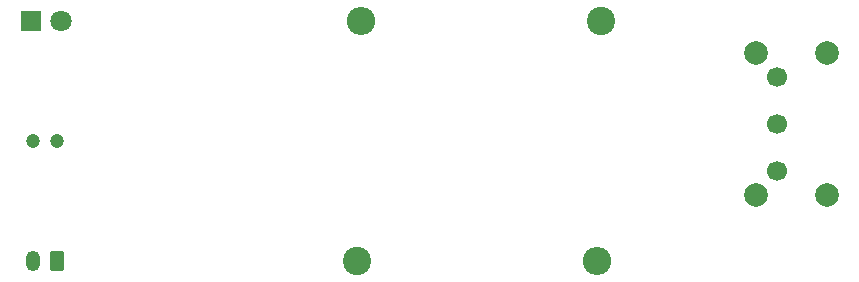
<source format=gbr>
%TF.GenerationSoftware,KiCad,Pcbnew,(6.0.10)*%
%TF.CreationDate,2023-02-16T14:16:27-08:00*%
%TF.ProjectId,Exercise1,45786572-6369-4736-9531-2e6b69636164,rev?*%
%TF.SameCoordinates,Original*%
%TF.FileFunction,Soldermask,Bot*%
%TF.FilePolarity,Negative*%
%FSLAX46Y46*%
G04 Gerber Fmt 4.6, Leading zero omitted, Abs format (unit mm)*
G04 Created by KiCad (PCBNEW (6.0.10)) date 2023-02-16 14:16:27*
%MOMM*%
%LPD*%
G01*
G04 APERTURE LIST*
G04 Aperture macros list*
%AMRoundRect*
0 Rectangle with rounded corners*
0 $1 Rounding radius*
0 $2 $3 $4 $5 $6 $7 $8 $9 X,Y pos of 4 corners*
0 Add a 4 corners polygon primitive as box body*
4,1,4,$2,$3,$4,$5,$6,$7,$8,$9,$2,$3,0*
0 Add four circle primitives for the rounded corners*
1,1,$1+$1,$2,$3*
1,1,$1+$1,$4,$5*
1,1,$1+$1,$6,$7*
1,1,$1+$1,$8,$9*
0 Add four rect primitives between the rounded corners*
20,1,$1+$1,$2,$3,$4,$5,0*
20,1,$1+$1,$4,$5,$6,$7,0*
20,1,$1+$1,$6,$7,$8,$9,0*
20,1,$1+$1,$8,$9,$2,$3,0*%
G04 Aperture macros list end*
%ADD10C,1.200000*%
%ADD11R,1.800000X1.800000*%
%ADD12C,1.800000*%
%ADD13C,2.000000*%
%ADD14C,1.700000*%
%ADD15RoundRect,0.250000X0.350000X0.625000X-0.350000X0.625000X-0.350000X-0.625000X0.350000X-0.625000X0*%
%ADD16O,1.200000X1.750000*%
%ADD17C,2.400000*%
%ADD18O,2.400000X2.400000*%
G04 APERTURE END LIST*
D10*
%TO.C,4.7u1*%
X104140000Y-83820000D03*
X102140000Y-83820000D03*
%TD*%
D11*
%TO.C,D1*%
X101960000Y-73660000D03*
D12*
X104500000Y-73660000D03*
%TD*%
D13*
%TO.C,SW1*%
X169350000Y-88360000D03*
X169350000Y-76360000D03*
X163350000Y-88360000D03*
X163350000Y-76360000D03*
D14*
X165100000Y-86360000D03*
X165100000Y-82360000D03*
X165100000Y-78360000D03*
%TD*%
D15*
%TO.C,J1*%
X104140000Y-93980000D03*
D16*
X102140000Y-93980000D03*
%TD*%
D17*
%TO.C,2.2k1*%
X129540000Y-93980000D03*
D18*
X149860000Y-93980000D03*
%TD*%
D17*
%TO.C,20K1*%
X150220000Y-73660000D03*
D18*
X129900000Y-73660000D03*
%TD*%
M02*

</source>
